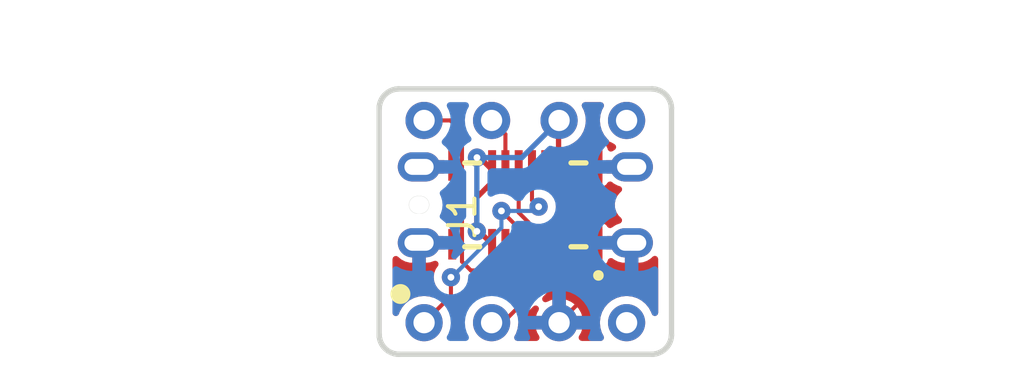
<source format=kicad_pcb>
(kicad_pcb (version 20211014) (generator pcbnew)
  (layers (0 "F.Cu" signal) (31 "B.Cu" signal) (34 "B.Paste" user) (35 "F.Paste" user) (36 "B.SilkS" user "B.Silkscreen") (37 "F.SilkS" user "F.Silkscreen") (38 "B.Mask" user) (39 "F.Mask" user) (44 "Edge.Cuts" user))
  (net 0 "")
  (net 1 "Net-(J1-Pad1)")
  (net 2 "Net-(J1-Pad2)")
  (net 3 "Net-(J1-Pad3)")
  (net 6 "Net-(J1-Pad6)")
  (net 7 "Net-(J1-Pad7)")
  (net 8 "Net-(J1-Pad8)")
  (footprint "WARBL footprints:GCT_USB4145-03-0070-C_REVA" (layer "F.Cu") (at 105.5 104.37 180)
    (fp_text reference "J2" hide)
    (fp_text value "USB4145-03-0070-C_REVA" hide)
    (fp_line (start -2.28 1.58) (end -1.72 1.58) (layer "F.SilkS") (width 0.2))
    (fp_line (start -2.28 -1.58) (end -1.72 -1.58) (layer "F.SilkS") (width 0.2))
    (fp_line (start 1.72 1.58) (end 2.28 1.58) (layer "F.SilkS") (width 0.2))
    (fp_line (start 1.72 -1.58) (end 2.28 -1.58) (layer "F.SilkS") (width 0.2))
    (fp_circle (center -2.75 -2.66) (end -2.65 -2.66) (layer "F.SilkS") (width 0.2) (fill none))
    (fp_line (start 3.95 -0.33) (end 4.05 -0.33) (layer "Edge.Cuts") (width 0.01))
    (fp_line (start 4.05 0.33) (end 3.95 0.33) (layer "Edge.Cuts") (width 0.01))
    (fp_arc (start 4.05 -0.33) (mid 4.283345 -0.233345) (end 4.38 0) (layer "Edge.Cuts") (width 0.01))
    (fp_arc (start 4.38 0) (mid 4.283345 0.233345) (end 4.05 0.33) (layer "Edge.Cuts") (width 0.01))
    (fp_arc (start 3.95 0.33) (mid 3.716655 0.233345) (end 3.62 0) (layer "Edge.Cuts") (width 0.01))
    (fp_arc (start 3.62 0) (mid 3.716655 -0.233345) (end 3.95 -0.33) (layer "Edge.Cuts") (width 0.01))
    (pad "" np_thru_hole circle (at 4 0 180) (size 0.66 0.66) (drill 0.66) (layers *.Cu *.Mask))
    (pad "" np_thru_hole circle (at -4 0 180) (size 0.66 0.66) (drill 0.66) (layers *.Cu *.Mask))
    (pad "A1" smd rect (at -2.75 -1.485 180) (size 0.3 1.15) (layers "F.Cu" "F.Paste" "F.Mask") (net 3 "Net-(J1-Pad3)"))
    (pad "A4" smd rect (at -1.25 -1.485 180) (size 0.3 1.15) (layers "F.Cu" "F.Paste" "F.Mask") (net 6 "Net-(J1-Pad6)"))
    (pad "A5" smd rect (at -0.75 -1.485 180) (size 0.3 1.15) (layers "F.Cu" "F.Paste" "F.Mask") (net 2 "Net-(J1-Pad2)"))
    (pad "A6" smd rect (at -0.25 -1.485 180) (size 0.3 1.15) (layers "F.Cu" "F.Paste" "F.Mask") (net 8 "Net-(J1-Pad8)"))
    (pad "A7" smd rect (at 0.25 -1.485 180) (size 0.3 1.15) (layers "F.Cu" "F.Paste" "F.Mask") (net 1 "Net-(J1-Pad1)"))
    (pad "A8" smd rect (at 0.75 -1.485 180) (size 0.3 1.15) (layers "F.Cu" "F.Paste" "F.Mask"))
    (pad "A9" smd rect (at 1.25 -1.485 180) (size 0.3 1.15) (layers "F.Cu" "F.Paste" "F.Mask") (net 6 "Net-(J1-Pad6)"))
    (pad "A12" smd rect (at 2.75 -1.485 180) (size 0.3 1.15) (layers "F.Cu" "F.Paste" "F.Mask") (net 3 "Net-(J1-Pad3)"))
    (pad "B1" smd rect (at 2.75 1.485 180) (size 0.3 1.15) (layers "F.Cu" "F.Paste" "F.Mask") (net 3 "Net-(J1-Pad3)"))
    (pad "B4" smd rect (at 1.25 1.485 180) (size 0.3 1.15) (layers "F.Cu" "F.Paste" "F.Mask") (net 6 "Net-(J1-Pad6)"))
    (pad "B5" smd rect (at 0.75 1.485 180) (size 0.3 1.15) (layers "F.Cu" "F.Paste" "F.Mask") (net 7 "Net-(J1-Pad7)"))
    (pad "B6" smd rect (at 0.25 1.485 180) (size 0.3 1.15) (layers "F.Cu" "F.Paste" "F.Mask") (net 8 "Net-(J1-Pad8)"))
    (pad "B7" smd rect (at -0.25 1.485 180) (size 0.3 1.15) (layers "F.Cu" "F.Paste" "F.Mask") (net 1 "Net-(J1-Pad1)"))
    (pad "B8" smd rect (at -0.75 1.485 180) (size 0.3 1.15) (layers "F.Cu" "F.Paste" "F.Mask"))
    (pad "B9" smd rect (at -1.25 1.485 180) (size 0.3 1.15) (layers "F.Cu" "F.Paste" "F.Mask") (net 6 "Net-(J1-Pad6)"))
    (pad "B12" smd rect (at -2.75 1.485 180) (size 0.3 1.15) (layers "F.Cu" "F.Paste" "F.Mask") (net 3 "Net-(J1-Pad3)"))
    (pad "S1" thru_hole oval (at -4 -1.43 180) (size 1.6 1.1) (drill oval 1.1 0.6) (layers *.Cu *.Mask) (net 3 "Net-(J1-Pad3)"))
    (pad "S2" thru_hole oval (at 4 -1.43 180) (size 1.6 1.1) (drill oval 1.1 0.6) (layers *.Cu *.Mask) (net 3 "Net-(J1-Pad3)"))
    (pad "S3" thru_hole oval (at -4 1.43 180) (size 1.6 1.1) (drill oval 1.1 0.6) (layers *.Cu *.Mask) (net 3 "Net-(J1-Pad3)"))
    (pad "S4" thru_hole oval (at 4 1.43 180) (size 1.6 1.1) (drill oval 1.1 0.6) (layers *.Cu *.Mask) (net 3 "Net-(J1-Pad3)"))
  )
  (footprint "WARBL footprints:USB_C subassembly header" (layer "F.Cu") (at 101.69 108.81 90)
    (fp_text reference "J1" (at 4.01 1.44 90) (layer "F.SilkS"))
    (fp_text value "Header")
    (pad "1" thru_hole oval (at 0 0 90) (size 1.4 1.4) (drill 0.8) (layers *.Cu *.Mask) (net 1 "Net-(J1-Pad1)"))
    (pad "2" thru_hole oval (at 0 2.54 90) (size 1.4 1.4) (drill 0.8) (layers *.Cu *.Mask) (net 2 "Net-(J1-Pad2)"))
    (pad "3" thru_hole oval (at 0 5.08 90) (size 1.4 1.4) (drill 0.8) (layers *.Cu *.Mask) (net 3 "Net-(J1-Pad3)"))
    (pad "4" thru_hole oval (at 0 7.62 90) (size 1.4 1.4) (drill 0.8) (layers *.Cu *.Mask))
    (pad "5" thru_hole oval (at 7.62 7.62 90) (size 1.4 1.4) (drill 0.8) (layers *.Cu *.Mask))
    (pad "6" thru_hole oval (at 7.62 5.08 90) (size 1.4 1.4) (drill 0.8) (layers *.Cu *.Mask) (net 6 "Net-(J1-Pad6)"))
    (pad "7" thru_hole oval (at 7.62 2.54 90) (size 1.4 1.4) (drill 0.8) (layers *.Cu *.Mask) (net 7 "Net-(J1-Pad7)"))
    (pad "8" thru_hole oval (at 7.62 0 90) (size 1.4 1.4) (drill 0.8) (layers *.Cu *.Mask) (net 8 "Net-(J1-Pad8)"))
  )
  (gr_circle (center 100.8 107.73) (end 101.1 107.73) (layer "F.SilkS") (width 0.15) (fill solid))
  (gr_line (start 110.978675 109.427573) (end 110.984313 109.402592) (layer "Edge.Cuts") (width 0.2))
  (gr_line (start 100.572427 100.021325) (end 100.547652 100.027812) (layer "Edge.Cuts") (width 0.2))
  (gr_line (start 110.742903 100.184715) (end 110.723316 100.168217) (layer "Edge.Cuts") (width 0.2))
  (gr_line (start 110.476886 109.964859) (end 110.50116 109.956696) (layer "Edge.Cuts") (width 0.2))
  (gr_line (start 110.25 110) (end 110.275606 109.999563) (layer "Edge.Cuts") (width 0.2))
  (gr_line (start 110.639688 109.890815) (end 110.661339 109.877137) (layer "Edge.Cuts") (width 0.2))
  (gr_line (start 100.296823 109.847604) (end 100.31749 109.862727) (layer "Edge.Cuts") (width 0.2))
  (gr_line (start 110.996068 109.326698) (end 110.998252 109.301182) (layer "Edge.Cuts") (width 0.2))
  (gr_line (start 100.201873 100.238085) (end 100.184715 100.257097) (layer "Edge.Cuts") (width 0.2))
  (gr_line (start 110.452348 109.972188) (end 110.476886 109.964859) (layer "Edge.Cuts") (width 0.2))
  (gr_line (start 110.402592 100.015687) (end 110.377433 100.010905) (layer "Edge.Cuts") (width 0.2))
  (gr_line (start 100.122863 109.661339) (end 100.137273 109.68251) (layer "Edge.Cuts") (width 0.2))
  (gr_line (start 110.890815 109.639688) (end 110.903745 109.617583) (layer "Edge.Cuts") (width 0.2))
  (gr_line (start 110.402592 109.984313) (end 110.427573 109.978675) (layer "Edge.Cuts") (width 0.2))
  (gr_line (start 110.831783 100.276684) (end 110.815285 100.257097) (layer "Edge.Cuts") (width 0.2))
  (gr_line (start 100.296823 100.152396) (end 100.276684 100.168217) (layer "Edge.Cuts") (width 0.2))
  (gr_line (start 110.862727 109.68251) (end 110.877137 109.661339) (layer "Edge.Cuts") (width 0.2))
  (gr_line (start 110.78033 100.21967) (end 110.761915 100.201873) (layer "Edge.Cuts") (width 0.2))
  (gr_line (start 100.698818 100.001748) (end 100.673302 100.003932) (layer "Edge.Cuts") (width 0.2))
  (gr_line (start 100.072694 109.572113) (end 100.084086 109.595049) (layer "Edge.Cuts") (width 0.2))
  (gr_line (start 100.109185 109.639688) (end 100.122863 109.661339) (layer "Edge.Cuts") (width 0.2))
  (gr_line (start 100.096255 109.617583) (end 100.109185 109.639688) (layer "Edge.Cuts") (width 0.2))
  (gr_line (start 110.78033 109.78033) (end 110.798127 109.761915) (layer "Edge.Cuts") (width 0.2))
  (gr_line (start 110.927306 100.427887) (end 110.915914 100.404951) (layer "Edge.Cuts") (width 0.2))
  (gr_line (start 100.168217 100.276684) (end 100.152396 100.296823) (layer "Edge.Cuts") (width 0.2))
  (gr_line (start 100.035141 109.476886) (end 100.043304 109.50116) (layer "Edge.Cuts") (width 0.2))
  (gr_line (start 110.862727 100.31749) (end 110.847604 100.296823) (layer "Edge.Cuts") (width 0.2))
  (gr_line (start 100.137273 100.31749) (end 100.122863 100.338661) (layer "Edge.Cuts") (width 0.2))
  (gr_line (start 110.956696 109.50116) (end 110.964859 109.476886) (layer "Edge.Cuts") (width 0.2))
  (gr_line (start 110.984313 100.597408) (end 110.978675 100.572427) (layer "Edge.Cuts") (width 0.2))
  (gr_line (start 100.382417 109.903745) (end 100.404951 109.915914) (layer "Edge.Cuts") (width 0.2))
  (gr_line (start 100.021325 100.572427) (end 100.015687 100.597408) (layer "Edge.Cuts") (width 0.2))
  (gr_line (start 100.21967 109.78033) (end 100.238085 109.798127) (layer "Edge.Cuts") (width 0.2))
  (gr_line (start 110.937908 109.548801) (end 110.947709 109.525141) (layer "Edge.Cuts") (width 0.2))
  (gr_line (start 110.525141 109.947709) (end 110.548801 109.937908) (layer "Edge.Cuts") (width 0.2))
  (gr_line (start 100.052291 109.525141) (end 100.062092 109.548801) (layer "Edge.Cuts") (width 0.2))
  (gr_line (start 110.427573 109.978675) (end 110.452348 109.972188) (layer "Edge.Cuts") (width 0.2))
  (gr_line (start 110.595049 100.084086) (end 110.572113 100.072694) (layer "Edge.Cuts") (width 0.2))
  (gr_line (start 100.043304 100.49884) (end 100.035141 100.523114) (layer "Edge.Cuts") (width 0.2))
  (gr_line (start 100.184715 109.742903) (end 100.201873 109.761915) (layer "Edge.Cuts") (width 0.2))
  (gr_line (start 100.31749 100.137273) (end 100.296823 100.152396) (layer "Edge.Cuts") (width 0.2))
  (gr_line (start 100.257097 109.815285) (end 100.276684 109.831783) (layer "Edge.Cuts") (width 0.2))
  (gr_line (start 100.052291 100.474859) (end 100.043304 100.49884) (layer "Edge.Cuts") (width 0.2))
  (gr_line (start 100.062092 109.548801) (end 100.072694 109.572113) (layer "Edge.Cuts") (width 0.2))
  (gr_line (start 110.937908 100.451199) (end 110.927306 100.427887) (layer "Edge.Cuts") (width 0.2))
  (gr_line (start 100.597408 100.015687) (end 100.572427 100.021325) (layer "Edge.Cuts") (width 0.2))
  (gr_line (start 110.761915 100.201873) (end 110.742903 100.184715) (layer "Edge.Cuts") (width 0.2))
  (gr_line (start 110.617583 109.903745) (end 110.639688 109.890815) (layer "Edge.Cuts") (width 0.2))
  (gr_line (start 100.021325 109.427573) (end 100.027812 109.452348) (layer "Edge.Cuts") (width 0.2))
  (gr_line (start 110.25 100) (end 100.75 100) (layer "Edge.Cuts") (width 0.2))
  (gr_line (start 110.572113 100.072694) (end 110.548801 100.062092) (layer "Edge.Cuts") (width 0.2))
  (gr_line (start 100.027812 100.547652) (end 100.021325 100.572427) (layer "Edge.Cuts") (width 0.2))
  (gr_line (start 100.201873 109.761915) (end 100.21967 109.78033) (layer "Edge.Cuts") (width 0.2))
  (gr_line (start 100.072694 100.427887) (end 100.062092 100.451199) (layer "Edge.Cuts") (width 0.2))
  (gr_line (start 100.404951 100.084086) (end 100.382417 100.096255) (layer "Edge.Cuts") (width 0.2))
  (gr_line (start 100.523114 109.964859) (end 100.547652 109.972188) (layer "Edge.Cuts") (width 0.2))
  (gr_line (start 110.847604 100.296823) (end 110.831783 100.276684) (layer "Edge.Cuts") (width 0.2))
  (gr_line (start 110.301182 109.998252) (end 110.326698 109.996068) (layer "Edge.Cuts") (width 0.2))
  (gr_line (start 110.798127 109.761915) (end 110.815285 109.742903) (layer "Edge.Cuts") (width 0.2))
  (gr_line (start 110.275606 109.999563) (end 110.301182 109.998252) (layer "Edge.Cuts") (width 0.2))
  (gr_line (start 111 109.25) (end 111 100.75) (layer "Edge.Cuts") (width 0.2))
  (gr_line (start 100.622567 109.989095) (end 100.647875 109.993014) (layer "Edge.Cuts") (width 0.2))
  (gr_line (start 100.015687 100.597408) (end 100.010905 100.622567) (layer "Edge.Cuts") (width 0.2))
  (gr_line (start 110.703177 109.847604) (end 110.723316 109.831783) (layer "Edge.Cuts") (width 0.2))
  (gr_line (start 100.043304 109.50116) (end 100.052291 109.525141) (layer "Edge.Cuts") (width 0.2))
  (gr_line (start 110.964859 100.523114) (end 110.956696 100.49884) (layer "Edge.Cuts") (width 0.2))
  (gr_line (start 110.978675 100.572427) (end 110.972188 100.547652) (layer "Edge.Cuts") (width 0.2))
  (gr_line (start 100.427887 109.927306) (end 100.451199 109.937908) (layer "Edge.Cuts") (width 0.2))
  (gr_line (start 100.698818 109.998252) (end 100.724394 109.999563) (layer "Edge.Cuts") (width 0.2))
  (gr_line (start 100.572427 109.978675) (end 100.597408 109.984313) (layer "Edge.Cuts") (width 0.2))
  (gr_line (start 110.964859 109.476886) (end 110.972188 109.452348) (layer "Edge.Cuts") (width 0.2))
  (gr_line (start 110.989095 109.377433) (end 110.993014 109.352125) (layer "Edge.Cuts") (width 0.2))
  (gr_line (start 100.003932 109.326698) (end 100.006986 109.352125) (layer "Edge.Cuts") (width 0.2))
  (gr_line (start 110.998252 109.301182) (end 110.999563 109.275606) (layer "Edge.Cuts") (width 0.2))
  (gr_line (start 100 100.75) (end 100 109.25) (layer "Edge.Cuts") (width 0.2))
  (gr_line (start 100.360312 109.890815) (end 100.382417 109.903745) (layer "Edge.Cuts") (width 0.2))
  (gr_line (start 100.062092 100.451199) (end 100.052291 100.474859) (layer "Edge.Cuts") (width 0.2))
  (gr_line (start 100.673302 100.003932) (end 100.647875 100.006986) (layer "Edge.Cuts") (width 0.2))
  (gr_line (start 110.452348 100.027812) (end 110.427573 100.021325) (layer "Edge.Cuts") (width 0.2))
  (gr_line (start 110.989095 100.622567) (end 110.984313 100.597408) (layer "Edge.Cuts") (width 0.2))
  (gr_line (start 100.006986 109.352125) (end 100.010905 109.377433) (layer "Edge.Cuts") (width 0.2))
  (gr_line (start 100.109185 100.360312) (end 100.096255 100.382417) (layer "Edge.Cuts") (width 0.2))
  (gr_line (start 110.890815 100.360312) (end 110.877137 100.338661) (layer "Edge.Cuts") (width 0.2))
  (gr_line (start 100.523114 100.035141) (end 100.49884 100.043304) (layer "Edge.Cuts") (width 0.2))
  (gr_line (start 100.547652 100.027812) (end 100.523114 100.035141) (layer "Edge.Cuts") (width 0.2))
  (gr_line (start 100.49884 100.043304) (end 100.474859 100.052291) (layer "Edge.Cuts") (width 0.2))
  (gr_line (start 100.724394 109.999563) (end 100.75 110) (layer "Edge.Cuts") (width 0.2))
  (gr_line (start 100.152396 109.703177) (end 100.168217 109.723316) (layer "Edge.Cuts") (width 0.2))
  (gr_line (start 100.474859 100.052291) (end 100.451199 100.062092) (layer "Edge.Cuts") (width 0.2))
  (gr_line (start 100.75 110) (end 110.25 110) (layer "Edge.Cuts") (width 0.2))
  (gr_line (start 100.000437 100.724394) (end 100 100.75) (layer "Edge.Cuts") (width 0.2))
  (gr_line (start 100.257097 100.184715) (end 100.238085 100.201873) (layer "Edge.Cuts") (width 0.2))
  (gr_line (start 100.474859 109.947709) (end 100.49884 109.956696) (layer "Edge.Cuts") (width 0.2))
  (gr_line (start 110.50116 100.043304) (end 110.476886 100.035141) (layer "Edge.Cuts") (width 0.2))
  (gr_line (start 110.476886 100.035141) (end 110.452348 100.027812) (layer "Edge.Cuts") (width 0.2))
  (gr_line (start 100.338661 100.122863) (end 100.31749 100.137273) (layer "Edge.Cuts") (width 0.2))
  (gr_line (start 100.451199 100.062092) (end 100.427887 100.072694) (layer "Edge.Cuts") (width 0.2))
  (gr_line (start 100.010905 109.377433) (end 100.015687 109.402592) (layer "Edge.Cuts") (width 0.2))
  (gr_line (start 100.547652 109.972188) (end 100.572427 109.978675) (layer "Edge.Cuts") (width 0.2))
  (gr_line (start 100 109.25) (end 100.000437 109.275606) (layer "Edge.Cuts") (width 0.2))
  (gr_line (start 110.877137 109.661339) (end 110.890815 109.639688) (layer "Edge.Cuts") (width 0.2))
  (gr_line (start 110.352125 109.993014) (end 110.377433 109.989095) (layer "Edge.Cuts") (width 0.2))
  (gr_line (start 100.238085 109.798127) (end 100.257097 109.815285) (layer "Edge.Cuts") (width 0.2))
  (gr_line (start 110.815285 100.257097) (end 110.798127 100.238085) (layer "Edge.Cuts") (width 0.2))
  (gr_line (start 110.548801 100.062092) (end 110.525141 100.052291) (layer "Edge.Cuts") (width 0.2))
  (gr_line (start 110.877137 100.338661) (end 110.862727 100.31749) (layer "Edge.Cuts") (width 0.2))
  (gr_line (start 110.798127 100.238085) (end 110.78033 100.21967) (layer "Edge.Cuts") (width 0.2))
  (gr_line (start 100.035141 100.523114) (end 100.027812 100.547652) (layer "Edge.Cuts") (width 0.2))
  (gr_line (start 100.276684 109.831783) (end 100.296823 109.847604) (layer "Edge.Cuts") (width 0.2))
  (gr_line (start 110.998252 100.698818) (end 110.996068 100.673302) (layer "Edge.Cuts") (width 0.2))
  (gr_line (start 110.742903 109.815285) (end 110.761915 109.798127) (layer "Edge.Cuts") (width 0.2))
  (gr_line (start 110.68251 109.862727) (end 110.703177 109.847604) (layer "Edge.Cuts") (width 0.2))
  (gr_line (start 100.168217 109.723316) (end 100.184715 109.742903) (layer "Edge.Cuts") (width 0.2))
  (gr_line (start 110.68251 100.137273) (end 110.661339 100.122863) (layer "Edge.Cuts") (width 0.2))
  (gr_line (start 100.31749 109.862727) (end 100.338661 109.877137) (layer "Edge.Cuts") (width 0.2))
  (gr_line (start 110.326698 100.003932) (end 110.301182 100.001748) (layer "Edge.Cuts") (width 0.2))
  (gr_line (start 110.903745 109.617583) (end 110.915914 109.595049) (layer "Edge.Cuts") (width 0.2))
  (gr_line (start 100.001748 109.301182) (end 100.003932 109.326698) (layer "Edge.Cuts") (width 0.2))
  (gr_line (start 100.001748 100.698818) (end 100.000437 100.724394) (layer "Edge.Cuts") (width 0.2))
  (gr_line (start 110.377433 109.989095) (end 110.402592 109.984313) (layer "Edge.Cuts") (width 0.2))
  (gr_line (start 110.947709 100.474859) (end 110.937908 100.451199) (layer "Edge.Cuts") (width 0.2))
  (gr_line (start 100.152396 100.296823) (end 100.137273 100.31749) (layer "Edge.Cuts") (width 0.2))
  (gr_line (start 100.084086 100.404951) (end 100.072694 100.427887) (layer "Edge.Cuts") (width 0.2))
  (gr_line (start 111 100.75) (end 110.999563 100.724394) (layer "Edge.Cuts") (width 0.2))
  (gr_line (start 100.622567 100.010905) (end 100.597408 100.015687) (layer "Edge.Cuts") (width 0.2))
  (gr_line (start 110.915914 109.595049) (end 110.927306 109.572113) (layer "Edge.Cuts") (width 0.2))
  (gr_line (start 110.993014 109.352125) (end 110.996068 109.326698) (layer "Edge.Cuts") (width 0.2))
  (gr_line (start 100.027812 109.452348) (end 100.035141 109.476886) (layer "Edge.Cuts") (width 0.2))
  (gr_line (start 110.548801 109.937908) (end 110.572113 109.927306) (layer "Edge.Cuts") (width 0.2))
  (gr_line (start 110.915914 100.404951) (end 110.903745 100.382417) (layer "Edge.Cuts") (width 0.2))
  (gr_line (start 110.352125 100.006986) (end 110.326698 100.003932) (layer "Edge.Cuts") (width 0.2))
  (gr_line (start 100.276684 100.168217) (end 100.257097 100.184715) (layer "Edge.Cuts") (width 0.2))
  (gr_line (start 110.572113 109.927306) (end 110.595049 109.915914) (layer "Edge.Cuts") (width 0.2))
  (gr_line (start 110.427573 100.021325) (end 110.402592 100.015687) (layer "Edge.Cuts") (width 0.2))
  (gr_line (start 110.984313 109.402592) (end 110.989095 109.377433) (layer "Edge.Cuts") (width 0.2))
  (gr_line (start 100.137273 109.68251) (end 100.152396 109.703177) (layer "Edge.Cuts") (width 0.2))
  (gr_line (start 100.21967 100.21967) (end 100.201873 100.238085) (layer "Edge.Cuts") (width 0.2))
  (gr_line (start 110.275606 100.000437) (end 110.25 100) (layer "Edge.Cuts") (width 0.2))
  (gr_line (start 110.956696 100.49884) (end 110.947709 100.474859) (layer "Edge.Cuts") (width 0.2))
  (gr_line (start 110.661339 100.122863) (end 110.639688 100.109185) (layer "Edge.Cuts") (width 0.2))
  (gr_line (start 100.360312 100.109185) (end 100.338661 100.122863) (layer "Edge.Cuts") (width 0.2))
  (gr_line (start 110.903745 100.382417) (end 110.890815 100.360312) (layer "Edge.Cuts") (width 0.2))
  (gr_line (start 110.831783 109.723316) (end 110.847604 109.703177) (layer "Edge.Cuts") (width 0.2))
  (gr_line (start 110.993014 100.647875) (end 110.989095 100.622567) (layer "Edge.Cuts") (width 0.2))
  (gr_line (start 110.301182 100.001748) (end 110.275606 100.000437) (layer "Edge.Cuts") (width 0.2))
  (gr_line (start 110.326698 109.996068) (end 110.352125 109.993014) (layer "Edge.Cuts") (width 0.2))
  (gr_line (start 100.015687 109.402592) (end 100.021325 109.427573) (layer "Edge.Cuts") (width 0.2))
  (gr_line (start 100.122863 100.338661) (end 100.109185 100.360312) (layer "Edge.Cuts") (width 0.2))
  (gr_line (start 110.595049 109.915914) (end 110.617583 109.903745) (layer "Edge.Cuts") (width 0.2))
  (gr_line (start 110.927306 109.572113) (end 110.937908 109.548801) (layer "Edge.Cuts") (width 0.2))
  (gr_line (start 110.996068 100.673302) (end 110.993014 100.647875) (layer "Edge.Cuts") (width 0.2))
  (gr_line (start 100.597408 109.984313) (end 100.622567 109.989095) (layer "Edge.Cuts") (width 0.2))
  (gr_line (start 100.724394 100.000437) (end 100.698818 100.001748) (layer "Edge.Cuts") (width 0.2))
  (gr_line (start 110.703177 100.152396) (end 110.68251 100.137273) (layer "Edge.Cuts") (width 0.2))
  (gr_line (start 110.723316 100.168217) (end 110.703177 100.152396) (layer "Edge.Cuts") (width 0.2))
  (gr_line (start 100.427887 100.072694) (end 100.404951 100.084086) (layer "Edge.Cuts") (width 0.2))
  (gr_line (start 100.647875 109.993014) (end 100.673302 109.996068) (layer "Edge.Cuts") (width 0.2))
  (gr_line (start 110.972188 100.547652) (end 110.964859 100.523114) (layer "Edge.Cuts") (width 0.2))
  (gr_line (start 100.673302 109.996068) (end 100.698818 109.998252) (layer "Edge.Cuts") (width 0.2))
  (gr_line (start 110.661339 109.877137) (end 110.68251 109.862727) (layer "Edge.Cuts") (width 0.2))
  (gr_line (start 110.847604 109.703177) (end 110.862727 109.68251) (layer "Edge.Cuts") (width 0.2))
  (gr_line (start 110.639688 100.109185) (end 110.617583 100.096255) (layer "Edge.Cuts") (width 0.2))
  (gr_line (start 100.184715 100.257097) (end 100.168217 100.276684) (layer "Edge.Cuts") (width 0.2))
  (gr_line (start 100.451199 109.937908) (end 100.474859 109.947709) (layer "Edge.Cuts") (width 0.2))
  (gr_line (start 100.382417 100.096255) (end 100.360312 100.109185) (layer "Edge.Cuts") (width 0.2))
  (gr_line (start 100.003932 100.673302) (end 100.001748 100.698818) (layer "Edge.Cuts") (width 0.2))
  (gr_line (start 100.096255 100.382417) (end 100.084086 100.404951) (layer "Edge.Cuts") (width 0.2))
  (gr_line (start 100.006986 100.647875) (end 100.003932 100.673302) (layer "Edge.Cuts") (width 0.2))
  (gr_line (start 110.947709 109.525141) (end 110.956696 109.50116) (layer "Edge.Cuts") (width 0.2))
  (gr_line (start 100.084086 109.595049) (end 100.096255 109.617583) (layer "Edge.Cuts") (width 0.2))
  (gr_line (start 100.49884 109.956696) (end 100.523114 109.964859) (layer "Edge.Cuts") (width 0.2))
  (gr_line (start 110.525141 100.052291) (end 110.50116 100.043304) (layer "Edge.Cuts") (width 0.2))
  (gr_line (start 100.75 100) (end 100.724394 100.000437) (layer "Edge.Cuts") (width 0.2))
  (gr_line (start 100.000437 109.275606) (end 100.001748 109.301182) (layer "Edge.Cuts") (width 0.2))
  (gr_line (start 100.010905 100.622567) (end 100.006986 100.647875) (layer "Edge.Cuts") (width 0.2))
  (gr_line (start 100.238085 100.201873) (end 100.21967 100.21967) (layer "Edge.Cuts") (width 0.2))
  (gr_line (start 110.815285 109.742903) (end 110.831783 109.723316) (layer "Edge.Cuts") (width 0.2))
  (gr_line (start 110.972188 109.452348) (end 110.978675 109.427573) (layer "Edge.Cuts") (width 0.2))
  (gr_line (start 110.377433 100.010905) (end 110.352125 100.006986) (layer "Edge.Cuts") (width 0.2))
  (gr_line (start 110.50116 109.956696) (end 110.525141 109.947709) (layer "Edge.Cuts") (width 0.2))
  (gr_line (start 100.338661 109.877137) (end 100.360312 109.890815) (layer "Edge.Cuts") (width 0.2))
  (gr_line (start 110.999563 109.275606) (end 111 109.25) (layer "Edge.Cuts") (width 0.2))
  (gr_line (start 110.761915 109.798127) (end 110.78033 109.78033) (layer "Edge.Cuts") (width 0.2))
  (gr_line (start 100.647875 100.006986) (end 100.622567 100.010905) (layer "Edge.Cuts") (width 0.2))
  (gr_line (start 110.723316 109.831783) (end 110.742903 109.815285) (layer "Edge.Cuts") (width 0.2))
  (gr_line (start 110.999563 100.724394) (end 110.998252 100.698818) (layer "Edge.Cuts") (width 0.2))
  (gr_line (start 100.404951 109.915914) (end 100.427887 109.927306) (layer "Edge.Cuts") (width 0.2))
  (gr_line (start 110.617583 100.096255) (end 110.595049 100.084086) (layer "Edge.Cuts") (width 0.2))
  (segment (start 102.7 107.8) (end 102.7 107.1) (width 0.1524) (layer "F.Cu") (net 1))
  (segment (start 105.25 105.25) (end 105.25 105.855) (width 0.1524) (layer "F.Cu") (net 1))
  (segment (start 101.69 108.81) (end 102.7 107.8) (width 0.1524) (layer "F.Cu") (net 1))
  (segment (start 105.25 105.25) (end 104.6 104.6) (width 0.1524) (layer "F.Cu") (net 1))
  (segment (start 105.75 103.515) (end 105.75 104.19) (width 0.1524) (layer "F.Cu") (net 1))
  (segment (start 105.75 104.19) (end 106 104.44) (width 0.1524) (layer "F.Cu") (net 1))
  (via (at 104.6 104.6) (size 0.6858) (drill 0.254) (layers "F.Cu" "B.Cu") (net 1))
  (via (at 106 104.44) (size 0.6858) (drill 0.254) (layers "F.Cu" "B.Cu") (net 1))
  (via (at 102.7 107.1) (size 0.6858) (drill 0.254) (layers "F.Cu" "B.Cu") (net 1))
  (segment (start 104.6 105.23239) (end 102.73239 107.1) (width 0.1524) (layer "B.Cu") (net 1))
  (segment (start 104.6 104.6) (end 104.6 105.23239) (width 0.1524) (layer "B.Cu") (net 1))
  (segment (start 104.6 104.6) (end 105.84 104.6) (width 0.1524) (layer "B.Cu") (net 1))
  (segment (start 105.84 104.6) (end 106 104.44) (width 0.1524) (layer "B.Cu") (net 1))
  (segment (start 102.73239 107.1) (end 102.7 107.1) (width 0.1524) (layer "B.Cu") (net 1))
  (segment (start 106.25 107.2124) (end 104.6524 108.81) (width 0.1524) (layer "F.Cu") (net 2))
  (segment (start 106.25 107.2124) (end 106.25 105.855) (width 0.1524) (layer "F.Cu") (net 2))
  (segment (start 104.6524 108.81) (end 104.23 108.81) (width 0.1524) (layer "F.Cu") (net 2))
  (segment (start 109.445 102.885) (end 109.5 102.94) (width 0.1524) (layer "F.Cu") (net 3))
  (segment (start 108.25 105.855) (end 109.445 105.855) (width 0.1524) (layer "F.Cu") (net 3))
  (segment (start 108.25 105.855) (end 108.25 107.33) (width 0.1524) (layer "F.Cu") (net 3))
  (segment (start 108.25 102.885) (end 109.445 102.885) (width 0.1524) (layer "F.Cu") (net 3))
  (segment (start 101.555 105.855) (end 101.5 105.8) (width 0.1524) (layer "F.Cu") (net 3))
  (segment (start 101.555 102.885) (end 101.5 102.94) (width 0.1524) (layer "F.Cu") (net 3))
  (segment (start 102.75 105.855) (end 101.555 105.855) (width 0.1524) (layer "F.Cu") (net 3))
  (segment (start 109.445 105.855) (end 109.5 105.8) (width 0.1524) (layer "F.Cu") (net 3))
  (segment (start 102.75 102.885) (end 101.555 102.885) (width 0.1524) (layer "F.Cu") (net 3))
  (segment (start 108.25 107.33) (end 106.77 108.81) (width 0.1524) (layer "F.Cu") (net 3))
  (segment (start 106.75 102.885) (end 106.75 101.21) (width 0.2) (layer "F.Cu") (net 6))
  (segment (start 104.25 103.515) (end 103.6748 104.0902) (width 0.2) (layer "F.Cu") (net 6))
  (segment (start 104.25 103.515) (end 104.25 103.05) (width 0.1524) (layer "F.Cu") (net 6))
  (segment (start 106.75 101.21) (end 106.77 101.19) (width 0.2) (layer "F.Cu") (net 6))
  (segment (start 103.6748 105.36761) (end 103.76261 105.36761) (width 0.2) (layer "F.Cu") (net 6))
  (segment (start 103.79 102.59) (end 103.68 102.59) (width 0.2) (layer "F.Cu") (net 6))
  (segment (start 103.6748 104.0902) (end 103.6748 105.36761) (width 0.2) (layer "F.Cu") (net 6))
  (segment (start 103.76261 105.36761) (end 104.25 105.855) (width 0.2) (layer "F.Cu") (net 6))
  (segment (start 104.25 105.855) (end 104.16219 105.855) (width 0.1524) (layer "F.Cu") (net 6))
  (segment (start 106.75 105.855) (end 106.75 102.885) (width 0.2) (layer "F.Cu") (net 6))
  (segment (start 104.25 103.05) (end 103.79 102.59) (width 0.2) (layer "F.Cu") (net 6))
  (via (at 103.68 102.59) (size 0.6858) (drill 0.254) (layers "F.Cu" "B.Cu") (net 6))
  (via (at 103.6748 105.36761) (size 0.6858) (drill 0.254) (layers "F.Cu" "B.Cu") (net 6))
  (segment (start 103.68 102.59) (end 103.6748 102.5952) (width 0.2) (layer "B.Cu") (net 6))
  (segment (start 105.37 102.59) (end 103.68 102.59) (width 0.2) (layer "B.Cu") (net 6))
  (segment (start 106.77 101.19) (end 105.37 102.59) (width 0.2) (layer "B.Cu") (net 6))
  (segment (start 103.6748 102.5952) (end 103.6748 105.36761) (width 0.2) (layer "B.Cu") (net 6))
  (segment (start 104.75 101.71) (end 104.23 101.19) (width 0.1524) (layer "F.Cu") (net 7))
  (segment (start 104.75 102.885) (end 104.75 101.71) (width 0.1524) (layer "F.Cu") (net 7))
  (segment (start 105.75 105.855) (end 105.75 105.17238) (width 0.1524) (layer "F.Cu") (net 8))
  (segment (start 105.75 106.5824) (end 105.75 105.855) (width 0.1524) (layer "F.Cu") (net 8))
  (segment (start 105.75 105.17238) (end 105.609 105.03138) (width 0.1524) (layer "F.Cu") (net 8))
  (segment (start 105.25 104.66002) (end 105.25 103.515) (width 0.1524) (layer "F.Cu") (net 8))
  (segment (start 102.679949 101.19) (end 103.1162 101.626251) (width 0.1524) (layer "F.Cu") (net 8))
  (segment (start 103.449 106.8414) (end 105.491 106.8414) (width 0.1524) (layer "F.Cu") (net 8))
  (segment (start 105.609 105.03138) (end 105.609 105.01902) (width 0.1524) (layer "F.Cu") (net 8))
  (segment (start 101.69 101.19) (end 102.679949 101.19) (width 0.1524) (layer "F.Cu") (net 8))
  (segment (start 103.1162 106.5086) (end 103.449 106.8414) (width 0.1524) (layer "F.Cu") (net 8))
  (segment (start 105.609 105.01902) (end 105.25 104.66002) (width 0.1524) (layer "F.Cu") (net 8))
  (segment (start 103.1162 101.626251) (end 103.1162 106.5086) (width 0.1524) (layer "F.Cu") (net 8))
  (segment (start 105.491 106.8414) (end 105.75 106.5824) (width 0.1524) (layer "F.Cu") (net 8))
  (zone (net 3) (net_name "Net-(J1-Pad3)") (layer "F.Cu") (connect_pads (clearance 0.3)) (min_thickness 0.254) (fill yes (thermal_gap 0.2) (thermal_bridge_width 0.508))
    (polygon (pts (xy 111 110) (xy 100 110) (xy 100 100) (xy 111 100)))
  )
  (zone (net 3) (net_name "Net-(J1-Pad3)") (layer "B.Cu") (connect_pads (clearance 0.3)) (min_thickness 0.254) (fill yes (thermal_gap 0.508) (thermal_bridge_width 0.508))
    (polygon (pts (xy 111 110) (xy 100 110) (xy 100 100) (xy 111 100)))
  )
)
</source>
